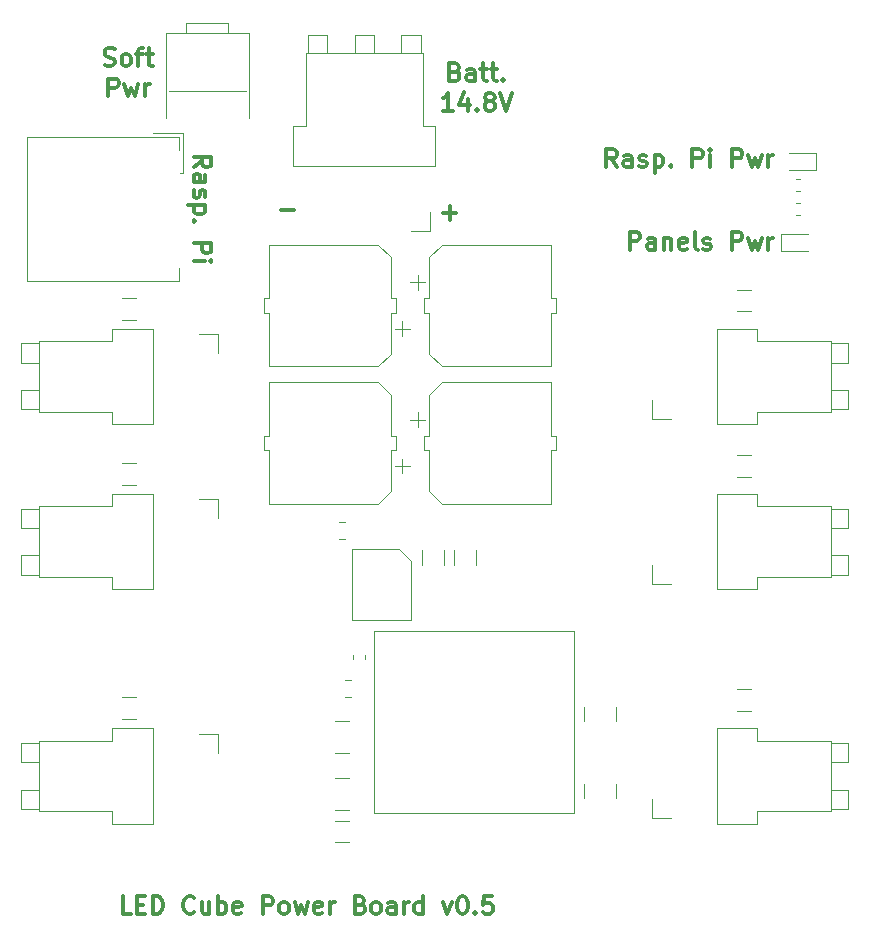
<source format=gbr>
G04 #@! TF.GenerationSoftware,KiCad,Pcbnew,(5.1.0-0)*
G04 #@! TF.CreationDate,2019-06-11T08:39:26-04:00*
G04 #@! TF.ProjectId,Power Board,506f7765-7220-4426-9f61-72642e6b6963,rev?*
G04 #@! TF.SameCoordinates,Original*
G04 #@! TF.FileFunction,Legend,Top*
G04 #@! TF.FilePolarity,Positive*
%FSLAX46Y46*%
G04 Gerber Fmt 4.6, Leading zero omitted, Abs format (unit mm)*
G04 Created by KiCad (PCBNEW (5.1.0-0)) date 2019-06-11 08:39:26*
%MOMM*%
%LPD*%
G04 APERTURE LIST*
%ADD10C,0.300000*%
%ADD11C,0.120000*%
G04 APERTURE END LIST*
D10*
X86266428Y-109428571D02*
X85552142Y-109428571D01*
X85552142Y-107928571D01*
X86766428Y-108642857D02*
X87266428Y-108642857D01*
X87480714Y-109428571D02*
X86766428Y-109428571D01*
X86766428Y-107928571D01*
X87480714Y-107928571D01*
X88123571Y-109428571D02*
X88123571Y-107928571D01*
X88480714Y-107928571D01*
X88695000Y-108000000D01*
X88837857Y-108142857D01*
X88909285Y-108285714D01*
X88980714Y-108571428D01*
X88980714Y-108785714D01*
X88909285Y-109071428D01*
X88837857Y-109214285D01*
X88695000Y-109357142D01*
X88480714Y-109428571D01*
X88123571Y-109428571D01*
X91623571Y-109285714D02*
X91552142Y-109357142D01*
X91337857Y-109428571D01*
X91195000Y-109428571D01*
X90980714Y-109357142D01*
X90837857Y-109214285D01*
X90766428Y-109071428D01*
X90695000Y-108785714D01*
X90695000Y-108571428D01*
X90766428Y-108285714D01*
X90837857Y-108142857D01*
X90980714Y-108000000D01*
X91195000Y-107928571D01*
X91337857Y-107928571D01*
X91552142Y-108000000D01*
X91623571Y-108071428D01*
X92909285Y-108428571D02*
X92909285Y-109428571D01*
X92266428Y-108428571D02*
X92266428Y-109214285D01*
X92337857Y-109357142D01*
X92480714Y-109428571D01*
X92695000Y-109428571D01*
X92837857Y-109357142D01*
X92909285Y-109285714D01*
X93623571Y-109428571D02*
X93623571Y-107928571D01*
X93623571Y-108500000D02*
X93766428Y-108428571D01*
X94052142Y-108428571D01*
X94195000Y-108500000D01*
X94266428Y-108571428D01*
X94337857Y-108714285D01*
X94337857Y-109142857D01*
X94266428Y-109285714D01*
X94195000Y-109357142D01*
X94052142Y-109428571D01*
X93766428Y-109428571D01*
X93623571Y-109357142D01*
X95552142Y-109357142D02*
X95409285Y-109428571D01*
X95123571Y-109428571D01*
X94980714Y-109357142D01*
X94909285Y-109214285D01*
X94909285Y-108642857D01*
X94980714Y-108500000D01*
X95123571Y-108428571D01*
X95409285Y-108428571D01*
X95552142Y-108500000D01*
X95623571Y-108642857D01*
X95623571Y-108785714D01*
X94909285Y-108928571D01*
X97409285Y-109428571D02*
X97409285Y-107928571D01*
X97980714Y-107928571D01*
X98123571Y-108000000D01*
X98195000Y-108071428D01*
X98266428Y-108214285D01*
X98266428Y-108428571D01*
X98195000Y-108571428D01*
X98123571Y-108642857D01*
X97980714Y-108714285D01*
X97409285Y-108714285D01*
X99123571Y-109428571D02*
X98980714Y-109357142D01*
X98909285Y-109285714D01*
X98837857Y-109142857D01*
X98837857Y-108714285D01*
X98909285Y-108571428D01*
X98980714Y-108500000D01*
X99123571Y-108428571D01*
X99337857Y-108428571D01*
X99480714Y-108500000D01*
X99552142Y-108571428D01*
X99623571Y-108714285D01*
X99623571Y-109142857D01*
X99552142Y-109285714D01*
X99480714Y-109357142D01*
X99337857Y-109428571D01*
X99123571Y-109428571D01*
X100123571Y-108428571D02*
X100409285Y-109428571D01*
X100695000Y-108714285D01*
X100980714Y-109428571D01*
X101266428Y-108428571D01*
X102409285Y-109357142D02*
X102266428Y-109428571D01*
X101980714Y-109428571D01*
X101837857Y-109357142D01*
X101766428Y-109214285D01*
X101766428Y-108642857D01*
X101837857Y-108500000D01*
X101980714Y-108428571D01*
X102266428Y-108428571D01*
X102409285Y-108500000D01*
X102480714Y-108642857D01*
X102480714Y-108785714D01*
X101766428Y-108928571D01*
X103123571Y-109428571D02*
X103123571Y-108428571D01*
X103123571Y-108714285D02*
X103195000Y-108571428D01*
X103266428Y-108500000D01*
X103409285Y-108428571D01*
X103552142Y-108428571D01*
X105695000Y-108642857D02*
X105909285Y-108714285D01*
X105980714Y-108785714D01*
X106052142Y-108928571D01*
X106052142Y-109142857D01*
X105980714Y-109285714D01*
X105909285Y-109357142D01*
X105766428Y-109428571D01*
X105195000Y-109428571D01*
X105195000Y-107928571D01*
X105695000Y-107928571D01*
X105837857Y-108000000D01*
X105909285Y-108071428D01*
X105980714Y-108214285D01*
X105980714Y-108357142D01*
X105909285Y-108500000D01*
X105837857Y-108571428D01*
X105695000Y-108642857D01*
X105195000Y-108642857D01*
X106909285Y-109428571D02*
X106766428Y-109357142D01*
X106695000Y-109285714D01*
X106623571Y-109142857D01*
X106623571Y-108714285D01*
X106695000Y-108571428D01*
X106766428Y-108500000D01*
X106909285Y-108428571D01*
X107123571Y-108428571D01*
X107266428Y-108500000D01*
X107337857Y-108571428D01*
X107409285Y-108714285D01*
X107409285Y-109142857D01*
X107337857Y-109285714D01*
X107266428Y-109357142D01*
X107123571Y-109428571D01*
X106909285Y-109428571D01*
X108695000Y-109428571D02*
X108695000Y-108642857D01*
X108623571Y-108500000D01*
X108480714Y-108428571D01*
X108195000Y-108428571D01*
X108052142Y-108500000D01*
X108695000Y-109357142D02*
X108552142Y-109428571D01*
X108195000Y-109428571D01*
X108052142Y-109357142D01*
X107980714Y-109214285D01*
X107980714Y-109071428D01*
X108052142Y-108928571D01*
X108195000Y-108857142D01*
X108552142Y-108857142D01*
X108695000Y-108785714D01*
X109409285Y-109428571D02*
X109409285Y-108428571D01*
X109409285Y-108714285D02*
X109480714Y-108571428D01*
X109552142Y-108500000D01*
X109695000Y-108428571D01*
X109837857Y-108428571D01*
X110980714Y-109428571D02*
X110980714Y-107928571D01*
X110980714Y-109357142D02*
X110837857Y-109428571D01*
X110552142Y-109428571D01*
X110409285Y-109357142D01*
X110337857Y-109285714D01*
X110266428Y-109142857D01*
X110266428Y-108714285D01*
X110337857Y-108571428D01*
X110409285Y-108500000D01*
X110552142Y-108428571D01*
X110837857Y-108428571D01*
X110980714Y-108500000D01*
X112695000Y-108428571D02*
X113052142Y-109428571D01*
X113409285Y-108428571D01*
X114266428Y-107928571D02*
X114409285Y-107928571D01*
X114552142Y-108000000D01*
X114623571Y-108071428D01*
X114695000Y-108214285D01*
X114766428Y-108500000D01*
X114766428Y-108857142D01*
X114695000Y-109142857D01*
X114623571Y-109285714D01*
X114552142Y-109357142D01*
X114409285Y-109428571D01*
X114266428Y-109428571D01*
X114123571Y-109357142D01*
X114052142Y-109285714D01*
X113980714Y-109142857D01*
X113909285Y-108857142D01*
X113909285Y-108500000D01*
X113980714Y-108214285D01*
X114052142Y-108071428D01*
X114123571Y-108000000D01*
X114266428Y-107928571D01*
X115409285Y-109285714D02*
X115480714Y-109357142D01*
X115409285Y-109428571D01*
X115337857Y-109357142D01*
X115409285Y-109285714D01*
X115409285Y-109428571D01*
X116837857Y-107928571D02*
X116123571Y-107928571D01*
X116052142Y-108642857D01*
X116123571Y-108571428D01*
X116266428Y-108500000D01*
X116623571Y-108500000D01*
X116766428Y-108571428D01*
X116837857Y-108642857D01*
X116909285Y-108785714D01*
X116909285Y-109142857D01*
X116837857Y-109285714D01*
X116766428Y-109357142D01*
X116623571Y-109428571D01*
X116266428Y-109428571D01*
X116123571Y-109357142D01*
X116052142Y-109285714D01*
X128519285Y-53178571D02*
X128519285Y-51678571D01*
X129090714Y-51678571D01*
X129233571Y-51750000D01*
X129305000Y-51821428D01*
X129376428Y-51964285D01*
X129376428Y-52178571D01*
X129305000Y-52321428D01*
X129233571Y-52392857D01*
X129090714Y-52464285D01*
X128519285Y-52464285D01*
X130662142Y-53178571D02*
X130662142Y-52392857D01*
X130590714Y-52250000D01*
X130447857Y-52178571D01*
X130162142Y-52178571D01*
X130019285Y-52250000D01*
X130662142Y-53107142D02*
X130519285Y-53178571D01*
X130162142Y-53178571D01*
X130019285Y-53107142D01*
X129947857Y-52964285D01*
X129947857Y-52821428D01*
X130019285Y-52678571D01*
X130162142Y-52607142D01*
X130519285Y-52607142D01*
X130662142Y-52535714D01*
X131376428Y-52178571D02*
X131376428Y-53178571D01*
X131376428Y-52321428D02*
X131447857Y-52250000D01*
X131590714Y-52178571D01*
X131805000Y-52178571D01*
X131947857Y-52250000D01*
X132019285Y-52392857D01*
X132019285Y-53178571D01*
X133305000Y-53107142D02*
X133162142Y-53178571D01*
X132876428Y-53178571D01*
X132733571Y-53107142D01*
X132662142Y-52964285D01*
X132662142Y-52392857D01*
X132733571Y-52250000D01*
X132876428Y-52178571D01*
X133162142Y-52178571D01*
X133305000Y-52250000D01*
X133376428Y-52392857D01*
X133376428Y-52535714D01*
X132662142Y-52678571D01*
X134233571Y-53178571D02*
X134090714Y-53107142D01*
X134019285Y-52964285D01*
X134019285Y-51678571D01*
X134733571Y-53107142D02*
X134876428Y-53178571D01*
X135162142Y-53178571D01*
X135305000Y-53107142D01*
X135376428Y-52964285D01*
X135376428Y-52892857D01*
X135305000Y-52750000D01*
X135162142Y-52678571D01*
X134947857Y-52678571D01*
X134805000Y-52607142D01*
X134733571Y-52464285D01*
X134733571Y-52392857D01*
X134805000Y-52250000D01*
X134947857Y-52178571D01*
X135162142Y-52178571D01*
X135305000Y-52250000D01*
X137162142Y-53178571D02*
X137162142Y-51678571D01*
X137733571Y-51678571D01*
X137876428Y-51750000D01*
X137947857Y-51821428D01*
X138019285Y-51964285D01*
X138019285Y-52178571D01*
X137947857Y-52321428D01*
X137876428Y-52392857D01*
X137733571Y-52464285D01*
X137162142Y-52464285D01*
X138519285Y-52178571D02*
X138805000Y-53178571D01*
X139090714Y-52464285D01*
X139376428Y-53178571D01*
X139662142Y-52178571D01*
X140233571Y-53178571D02*
X140233571Y-52178571D01*
X140233571Y-52464285D02*
X140305000Y-52321428D01*
X140376428Y-52250000D01*
X140519285Y-52178571D01*
X140662142Y-52178571D01*
X127376428Y-46178571D02*
X126876428Y-45464285D01*
X126519285Y-46178571D02*
X126519285Y-44678571D01*
X127090714Y-44678571D01*
X127233571Y-44750000D01*
X127305000Y-44821428D01*
X127376428Y-44964285D01*
X127376428Y-45178571D01*
X127305000Y-45321428D01*
X127233571Y-45392857D01*
X127090714Y-45464285D01*
X126519285Y-45464285D01*
X128662142Y-46178571D02*
X128662142Y-45392857D01*
X128590714Y-45250000D01*
X128447857Y-45178571D01*
X128162142Y-45178571D01*
X128019285Y-45250000D01*
X128662142Y-46107142D02*
X128519285Y-46178571D01*
X128162142Y-46178571D01*
X128019285Y-46107142D01*
X127947857Y-45964285D01*
X127947857Y-45821428D01*
X128019285Y-45678571D01*
X128162142Y-45607142D01*
X128519285Y-45607142D01*
X128662142Y-45535714D01*
X129305000Y-46107142D02*
X129447857Y-46178571D01*
X129733571Y-46178571D01*
X129876428Y-46107142D01*
X129947857Y-45964285D01*
X129947857Y-45892857D01*
X129876428Y-45750000D01*
X129733571Y-45678571D01*
X129519285Y-45678571D01*
X129376428Y-45607142D01*
X129305000Y-45464285D01*
X129305000Y-45392857D01*
X129376428Y-45250000D01*
X129519285Y-45178571D01*
X129733571Y-45178571D01*
X129876428Y-45250000D01*
X130590714Y-45178571D02*
X130590714Y-46678571D01*
X130590714Y-45250000D02*
X130733571Y-45178571D01*
X131019285Y-45178571D01*
X131162142Y-45250000D01*
X131233571Y-45321428D01*
X131305000Y-45464285D01*
X131305000Y-45892857D01*
X131233571Y-46035714D01*
X131162142Y-46107142D01*
X131019285Y-46178571D01*
X130733571Y-46178571D01*
X130590714Y-46107142D01*
X131947857Y-46035714D02*
X132019285Y-46107142D01*
X131947857Y-46178571D01*
X131876428Y-46107142D01*
X131947857Y-46035714D01*
X131947857Y-46178571D01*
X133805000Y-46178571D02*
X133805000Y-44678571D01*
X134376428Y-44678571D01*
X134519285Y-44750000D01*
X134590714Y-44821428D01*
X134662142Y-44964285D01*
X134662142Y-45178571D01*
X134590714Y-45321428D01*
X134519285Y-45392857D01*
X134376428Y-45464285D01*
X133805000Y-45464285D01*
X135305000Y-46178571D02*
X135305000Y-45178571D01*
X135305000Y-44678571D02*
X135233571Y-44750000D01*
X135305000Y-44821428D01*
X135376428Y-44750000D01*
X135305000Y-44678571D01*
X135305000Y-44821428D01*
X137162142Y-46178571D02*
X137162142Y-44678571D01*
X137733571Y-44678571D01*
X137876428Y-44750000D01*
X137947857Y-44821428D01*
X138019285Y-44964285D01*
X138019285Y-45178571D01*
X137947857Y-45321428D01*
X137876428Y-45392857D01*
X137733571Y-45464285D01*
X137162142Y-45464285D01*
X138519285Y-45178571D02*
X138805000Y-46178571D01*
X139090714Y-45464285D01*
X139376428Y-46178571D01*
X139662142Y-45178571D01*
X140233571Y-46178571D02*
X140233571Y-45178571D01*
X140233571Y-45464285D02*
X140305000Y-45321428D01*
X140376428Y-45250000D01*
X140519285Y-45178571D01*
X140662142Y-45178571D01*
X91571428Y-46214285D02*
X92285714Y-45714285D01*
X91571428Y-45357142D02*
X93071428Y-45357142D01*
X93071428Y-45928571D01*
X93000000Y-46071428D01*
X92928571Y-46142857D01*
X92785714Y-46214285D01*
X92571428Y-46214285D01*
X92428571Y-46142857D01*
X92357142Y-46071428D01*
X92285714Y-45928571D01*
X92285714Y-45357142D01*
X91571428Y-47500000D02*
X92357142Y-47500000D01*
X92500000Y-47428571D01*
X92571428Y-47285714D01*
X92571428Y-47000000D01*
X92500000Y-46857142D01*
X91642857Y-47500000D02*
X91571428Y-47357142D01*
X91571428Y-47000000D01*
X91642857Y-46857142D01*
X91785714Y-46785714D01*
X91928571Y-46785714D01*
X92071428Y-46857142D01*
X92142857Y-47000000D01*
X92142857Y-47357142D01*
X92214285Y-47500000D01*
X91642857Y-48142857D02*
X91571428Y-48285714D01*
X91571428Y-48571428D01*
X91642857Y-48714285D01*
X91785714Y-48785714D01*
X91857142Y-48785714D01*
X92000000Y-48714285D01*
X92071428Y-48571428D01*
X92071428Y-48357142D01*
X92142857Y-48214285D01*
X92285714Y-48142857D01*
X92357142Y-48142857D01*
X92500000Y-48214285D01*
X92571428Y-48357142D01*
X92571428Y-48571428D01*
X92500000Y-48714285D01*
X92571428Y-49428571D02*
X91071428Y-49428571D01*
X92500000Y-49428571D02*
X92571428Y-49571428D01*
X92571428Y-49857142D01*
X92500000Y-50000000D01*
X92428571Y-50071428D01*
X92285714Y-50142857D01*
X91857142Y-50142857D01*
X91714285Y-50071428D01*
X91642857Y-50000000D01*
X91571428Y-49857142D01*
X91571428Y-49571428D01*
X91642857Y-49428571D01*
X91714285Y-50785714D02*
X91642857Y-50857142D01*
X91571428Y-50785714D01*
X91642857Y-50714285D01*
X91714285Y-50785714D01*
X91571428Y-50785714D01*
X91571428Y-52642857D02*
X93071428Y-52642857D01*
X93071428Y-53214285D01*
X93000000Y-53357142D01*
X92928571Y-53428571D01*
X92785714Y-53500000D01*
X92571428Y-53500000D01*
X92428571Y-53428571D01*
X92357142Y-53357142D01*
X92285714Y-53214285D01*
X92285714Y-52642857D01*
X91571428Y-54142857D02*
X92571428Y-54142857D01*
X93071428Y-54142857D02*
X93000000Y-54071428D01*
X92928571Y-54142857D01*
X93000000Y-54214285D01*
X93071428Y-54142857D01*
X92928571Y-54142857D01*
X84035714Y-37582142D02*
X84250000Y-37653571D01*
X84607142Y-37653571D01*
X84750000Y-37582142D01*
X84821428Y-37510714D01*
X84892857Y-37367857D01*
X84892857Y-37225000D01*
X84821428Y-37082142D01*
X84750000Y-37010714D01*
X84607142Y-36939285D01*
X84321428Y-36867857D01*
X84178571Y-36796428D01*
X84107142Y-36725000D01*
X84035714Y-36582142D01*
X84035714Y-36439285D01*
X84107142Y-36296428D01*
X84178571Y-36225000D01*
X84321428Y-36153571D01*
X84678571Y-36153571D01*
X84892857Y-36225000D01*
X85750000Y-37653571D02*
X85607142Y-37582142D01*
X85535714Y-37510714D01*
X85464285Y-37367857D01*
X85464285Y-36939285D01*
X85535714Y-36796428D01*
X85607142Y-36725000D01*
X85750000Y-36653571D01*
X85964285Y-36653571D01*
X86107142Y-36725000D01*
X86178571Y-36796428D01*
X86250000Y-36939285D01*
X86250000Y-37367857D01*
X86178571Y-37510714D01*
X86107142Y-37582142D01*
X85964285Y-37653571D01*
X85750000Y-37653571D01*
X86678571Y-36653571D02*
X87250000Y-36653571D01*
X86892857Y-37653571D02*
X86892857Y-36367857D01*
X86964285Y-36225000D01*
X87107142Y-36153571D01*
X87250000Y-36153571D01*
X87535714Y-36653571D02*
X88107142Y-36653571D01*
X87750000Y-36153571D02*
X87750000Y-37439285D01*
X87821428Y-37582142D01*
X87964285Y-37653571D01*
X88107142Y-37653571D01*
X84357142Y-40203571D02*
X84357142Y-38703571D01*
X84928571Y-38703571D01*
X85071428Y-38775000D01*
X85142857Y-38846428D01*
X85214285Y-38989285D01*
X85214285Y-39203571D01*
X85142857Y-39346428D01*
X85071428Y-39417857D01*
X84928571Y-39489285D01*
X84357142Y-39489285D01*
X85714285Y-39203571D02*
X86000000Y-40203571D01*
X86285714Y-39489285D01*
X86571428Y-40203571D01*
X86857142Y-39203571D01*
X87428571Y-40203571D02*
X87428571Y-39203571D01*
X87428571Y-39489285D02*
X87500000Y-39346428D01*
X87571428Y-39275000D01*
X87714285Y-39203571D01*
X87857142Y-39203571D01*
X98928571Y-49857142D02*
X100071428Y-49857142D01*
X112678571Y-50107142D02*
X113821428Y-50107142D01*
X113250000Y-50678571D02*
X113250000Y-49535714D01*
X113714285Y-38117857D02*
X113928571Y-38189285D01*
X114000000Y-38260714D01*
X114071428Y-38403571D01*
X114071428Y-38617857D01*
X114000000Y-38760714D01*
X113928571Y-38832142D01*
X113785714Y-38903571D01*
X113214285Y-38903571D01*
X113214285Y-37403571D01*
X113714285Y-37403571D01*
X113857142Y-37475000D01*
X113928571Y-37546428D01*
X114000000Y-37689285D01*
X114000000Y-37832142D01*
X113928571Y-37975000D01*
X113857142Y-38046428D01*
X113714285Y-38117857D01*
X113214285Y-38117857D01*
X115357142Y-38903571D02*
X115357142Y-38117857D01*
X115285714Y-37975000D01*
X115142857Y-37903571D01*
X114857142Y-37903571D01*
X114714285Y-37975000D01*
X115357142Y-38832142D02*
X115214285Y-38903571D01*
X114857142Y-38903571D01*
X114714285Y-38832142D01*
X114642857Y-38689285D01*
X114642857Y-38546428D01*
X114714285Y-38403571D01*
X114857142Y-38332142D01*
X115214285Y-38332142D01*
X115357142Y-38260714D01*
X115857142Y-37903571D02*
X116428571Y-37903571D01*
X116071428Y-37403571D02*
X116071428Y-38689285D01*
X116142857Y-38832142D01*
X116285714Y-38903571D01*
X116428571Y-38903571D01*
X116714285Y-37903571D02*
X117285714Y-37903571D01*
X116928571Y-37403571D02*
X116928571Y-38689285D01*
X117000000Y-38832142D01*
X117142857Y-38903571D01*
X117285714Y-38903571D01*
X117785714Y-38760714D02*
X117857142Y-38832142D01*
X117785714Y-38903571D01*
X117714285Y-38832142D01*
X117785714Y-38760714D01*
X117785714Y-38903571D01*
X113500000Y-41453571D02*
X112642857Y-41453571D01*
X113071428Y-41453571D02*
X113071428Y-39953571D01*
X112928571Y-40167857D01*
X112785714Y-40310714D01*
X112642857Y-40382142D01*
X114785714Y-40453571D02*
X114785714Y-41453571D01*
X114428571Y-39882142D02*
X114071428Y-40953571D01*
X115000000Y-40953571D01*
X115571428Y-41310714D02*
X115642857Y-41382142D01*
X115571428Y-41453571D01*
X115500000Y-41382142D01*
X115571428Y-41310714D01*
X115571428Y-41453571D01*
X116500000Y-40596428D02*
X116357142Y-40525000D01*
X116285714Y-40453571D01*
X116214285Y-40310714D01*
X116214285Y-40239285D01*
X116285714Y-40096428D01*
X116357142Y-40025000D01*
X116500000Y-39953571D01*
X116785714Y-39953571D01*
X116928571Y-40025000D01*
X117000000Y-40096428D01*
X117071428Y-40239285D01*
X117071428Y-40310714D01*
X117000000Y-40453571D01*
X116928571Y-40525000D01*
X116785714Y-40596428D01*
X116500000Y-40596428D01*
X116357142Y-40667857D01*
X116285714Y-40739285D01*
X116214285Y-40882142D01*
X116214285Y-41167857D01*
X116285714Y-41310714D01*
X116357142Y-41382142D01*
X116500000Y-41453571D01*
X116785714Y-41453571D01*
X116928571Y-41382142D01*
X117000000Y-41310714D01*
X117071428Y-41167857D01*
X117071428Y-40882142D01*
X117000000Y-40739285D01*
X116928571Y-40667857D01*
X116785714Y-40596428D01*
X117500000Y-39953571D02*
X118000000Y-41453571D01*
X118500000Y-39953571D01*
D11*
X123816000Y-85518000D02*
X106816000Y-85518000D01*
X123816000Y-100918000D02*
X123816000Y-85518000D01*
X106816000Y-100918000D02*
X123816000Y-100918000D01*
X106816000Y-85518000D02*
X106816000Y-100918000D01*
X137597936Y-92210000D02*
X138802064Y-92210000D01*
X137597936Y-90390000D02*
X138802064Y-90390000D01*
X137597936Y-72410000D02*
X138802064Y-72410000D01*
X137597936Y-70590000D02*
X138802064Y-70590000D01*
X137597936Y-58410000D02*
X138802064Y-58410000D01*
X137597936Y-56590000D02*
X138802064Y-56590000D01*
X86702064Y-91090000D02*
X85497936Y-91090000D01*
X86702064Y-92910000D02*
X85497936Y-92910000D01*
X86702064Y-71290000D02*
X85497936Y-71290000D01*
X86702064Y-73110000D02*
X85497936Y-73110000D01*
X86702064Y-57290000D02*
X85497936Y-57290000D01*
X86702064Y-59110000D02*
X85497936Y-59110000D01*
X109942000Y-79534000D02*
X108942000Y-78534000D01*
X104942000Y-84534000D02*
X109942000Y-84534000D01*
X104942000Y-78534000D02*
X104942000Y-84534000D01*
X108942000Y-78534000D02*
X104942000Y-78534000D01*
X109942000Y-84534000D02*
X109942000Y-79534000D01*
X90672000Y-43310000D02*
X88172000Y-43310000D01*
X90672000Y-46720000D02*
X90672000Y-43310000D01*
X90422000Y-46720000D02*
X90672000Y-46720000D01*
X77452000Y-55830000D02*
X77452000Y-49720000D01*
X90372000Y-55830000D02*
X77452000Y-55830000D01*
X90372000Y-54720000D02*
X90372000Y-55830000D01*
X77452000Y-43610000D02*
X77452000Y-49720000D01*
X90372000Y-43610000D02*
X77452000Y-43610000D01*
X90372000Y-44720000D02*
X90372000Y-43610000D01*
X94446000Y-33996000D02*
X94446000Y-34846000D01*
X92696000Y-33996000D02*
X94446000Y-33996000D01*
X90946000Y-33996000D02*
X90946000Y-34846000D01*
X92696000Y-33996000D02*
X90946000Y-33996000D01*
X89246000Y-34846000D02*
X96246000Y-34846000D01*
X89496000Y-39746000D02*
X95996000Y-39746000D01*
X96246000Y-42046000D02*
X96246000Y-34846000D01*
X89246000Y-42046000D02*
X89246000Y-34846000D01*
X122214000Y-70152000D02*
X121804000Y-70152000D01*
X122214000Y-68932000D02*
X122214000Y-70152000D01*
X121804000Y-68932000D02*
X122214000Y-68932000D01*
X111504000Y-68932000D02*
X111094000Y-68932000D01*
X111094000Y-70152000D02*
X111094000Y-68932000D01*
X111504000Y-70152000D02*
X111094000Y-70152000D01*
X111504000Y-73627563D02*
X112568437Y-74692000D01*
X112568437Y-64392000D02*
X121804000Y-64392000D01*
X110529000Y-66957000D02*
X110529000Y-68207000D01*
X112568437Y-74692000D02*
X121804000Y-74692000D01*
X109904000Y-67582000D02*
X111154000Y-67582000D01*
X111504000Y-65456437D02*
X112568437Y-64392000D01*
X111504000Y-65456437D02*
X111504000Y-68932000D01*
X111504000Y-73627563D02*
X111504000Y-70152000D01*
X121804000Y-74692000D02*
X121804000Y-70152000D01*
X121804000Y-64392000D02*
X121804000Y-68932000D01*
X122214000Y-58522000D02*
X121804000Y-58522000D01*
X122214000Y-57302000D02*
X122214000Y-58522000D01*
X121804000Y-57302000D02*
X122214000Y-57302000D01*
X111504000Y-57302000D02*
X111094000Y-57302000D01*
X111094000Y-58522000D02*
X111094000Y-57302000D01*
X111504000Y-58522000D02*
X111094000Y-58522000D01*
X111504000Y-61997563D02*
X112568437Y-63062000D01*
X112568437Y-52762000D02*
X121804000Y-52762000D01*
X110529000Y-55327000D02*
X110529000Y-56577000D01*
X112568437Y-63062000D02*
X121804000Y-63062000D01*
X109904000Y-55952000D02*
X111154000Y-55952000D01*
X111504000Y-53826437D02*
X112568437Y-52762000D01*
X111504000Y-53826437D02*
X111504000Y-57302000D01*
X111504000Y-61997563D02*
X111504000Y-58522000D01*
X121804000Y-63062000D02*
X121804000Y-58522000D01*
X121804000Y-52762000D02*
X121804000Y-57302000D01*
X97564000Y-68932000D02*
X97974000Y-68932000D01*
X97564000Y-70152000D02*
X97564000Y-68932000D01*
X97974000Y-70152000D02*
X97564000Y-70152000D01*
X108274000Y-70152000D02*
X108684000Y-70152000D01*
X108684000Y-68932000D02*
X108684000Y-70152000D01*
X108274000Y-68932000D02*
X108684000Y-68932000D01*
X108274000Y-65456437D02*
X107209563Y-64392000D01*
X107209563Y-74692000D02*
X97974000Y-74692000D01*
X109249000Y-72127000D02*
X109249000Y-70877000D01*
X107209563Y-64392000D02*
X97974000Y-64392000D01*
X109874000Y-71502000D02*
X108624000Y-71502000D01*
X108274000Y-73627563D02*
X107209563Y-74692000D01*
X108274000Y-73627563D02*
X108274000Y-70152000D01*
X108274000Y-65456437D02*
X108274000Y-68932000D01*
X97974000Y-64392000D02*
X97974000Y-68932000D01*
X97974000Y-74692000D02*
X97974000Y-70152000D01*
X97564000Y-57302000D02*
X97974000Y-57302000D01*
X97564000Y-58522000D02*
X97564000Y-57302000D01*
X97974000Y-58522000D02*
X97564000Y-58522000D01*
X108274000Y-58522000D02*
X108684000Y-58522000D01*
X108684000Y-57302000D02*
X108684000Y-58522000D01*
X108274000Y-57302000D02*
X108684000Y-57302000D01*
X108274000Y-53826437D02*
X107209563Y-52762000D01*
X107209563Y-63062000D02*
X97974000Y-63062000D01*
X109249000Y-60497000D02*
X109249000Y-59247000D01*
X107209563Y-52762000D02*
X97974000Y-52762000D01*
X109874000Y-59872000D02*
X108624000Y-59872000D01*
X108274000Y-61997563D02*
X107209563Y-63062000D01*
X108274000Y-61997563D02*
X108274000Y-58522000D01*
X108274000Y-53826437D02*
X108274000Y-57302000D01*
X97974000Y-52762000D02*
X97974000Y-57302000D01*
X97974000Y-63062000D02*
X97974000Y-58522000D01*
X130390000Y-101350000D02*
X132000000Y-101350000D01*
X130390000Y-99740000D02*
X130390000Y-101350000D01*
X147010000Y-94960000D02*
X145510000Y-94960000D01*
X147010000Y-96600000D02*
X147010000Y-94960000D01*
X145510000Y-96600000D02*
X147010000Y-96600000D01*
X147010000Y-98920000D02*
X145510000Y-98920000D01*
X147010000Y-100560000D02*
X147010000Y-98920000D01*
X145510000Y-100560000D02*
X147010000Y-100560000D01*
X139310000Y-101800000D02*
X135890000Y-101800000D01*
X139310000Y-100750000D02*
X139310000Y-101800000D01*
X145510000Y-100750000D02*
X139310000Y-100750000D01*
X145510000Y-94770000D02*
X145510000Y-100750000D01*
X139310000Y-94770000D02*
X145510000Y-94770000D01*
X139310000Y-93720000D02*
X139310000Y-94770000D01*
X135890000Y-93720000D02*
X139310000Y-93720000D01*
X135890000Y-101800000D02*
X135890000Y-93720000D01*
X130390000Y-81508000D02*
X132000000Y-81508000D01*
X130390000Y-79898000D02*
X130390000Y-81508000D01*
X147010000Y-75118000D02*
X145510000Y-75118000D01*
X147010000Y-76758000D02*
X147010000Y-75118000D01*
X145510000Y-76758000D02*
X147010000Y-76758000D01*
X147010000Y-79078000D02*
X145510000Y-79078000D01*
X147010000Y-80718000D02*
X147010000Y-79078000D01*
X145510000Y-80718000D02*
X147010000Y-80718000D01*
X139310000Y-81958000D02*
X135890000Y-81958000D01*
X139310000Y-80908000D02*
X139310000Y-81958000D01*
X145510000Y-80908000D02*
X139310000Y-80908000D01*
X145510000Y-74928000D02*
X145510000Y-80908000D01*
X139310000Y-74928000D02*
X145510000Y-74928000D01*
X139310000Y-73878000D02*
X139310000Y-74928000D01*
X135890000Y-73878000D02*
X139310000Y-73878000D01*
X135890000Y-81958000D02*
X135890000Y-73878000D01*
X130390000Y-67508000D02*
X132000000Y-67508000D01*
X130390000Y-65898000D02*
X130390000Y-67508000D01*
X147010000Y-61118000D02*
X145510000Y-61118000D01*
X147010000Y-62758000D02*
X147010000Y-61118000D01*
X145510000Y-62758000D02*
X147010000Y-62758000D01*
X147010000Y-65078000D02*
X145510000Y-65078000D01*
X147010000Y-66718000D02*
X147010000Y-65078000D01*
X145510000Y-66718000D02*
X147010000Y-66718000D01*
X139310000Y-67958000D02*
X135890000Y-67958000D01*
X139310000Y-66908000D02*
X139310000Y-67958000D01*
X145510000Y-66908000D02*
X139310000Y-66908000D01*
X145510000Y-60928000D02*
X145510000Y-66908000D01*
X139310000Y-60928000D02*
X145510000Y-60928000D01*
X139310000Y-59878000D02*
X139310000Y-60928000D01*
X135890000Y-59878000D02*
X139310000Y-59878000D01*
X135890000Y-67958000D02*
X135890000Y-59878000D01*
X93610000Y-94170000D02*
X92000000Y-94170000D01*
X93610000Y-95780000D02*
X93610000Y-94170000D01*
X76990000Y-100560000D02*
X78490000Y-100560000D01*
X76990000Y-98920000D02*
X76990000Y-100560000D01*
X78490000Y-98920000D02*
X76990000Y-98920000D01*
X76990000Y-96600000D02*
X78490000Y-96600000D01*
X76990000Y-94960000D02*
X76990000Y-96600000D01*
X78490000Y-94960000D02*
X76990000Y-94960000D01*
X84690000Y-93720000D02*
X88110000Y-93720000D01*
X84690000Y-94770000D02*
X84690000Y-93720000D01*
X78490000Y-94770000D02*
X84690000Y-94770000D01*
X78490000Y-100750000D02*
X78490000Y-94770000D01*
X84690000Y-100750000D02*
X78490000Y-100750000D01*
X84690000Y-101800000D02*
X84690000Y-100750000D01*
X88110000Y-101800000D02*
X84690000Y-101800000D01*
X88110000Y-93720000D02*
X88110000Y-101800000D01*
X93610000Y-74328000D02*
X92000000Y-74328000D01*
X93610000Y-75938000D02*
X93610000Y-74328000D01*
X76990000Y-80718000D02*
X78490000Y-80718000D01*
X76990000Y-79078000D02*
X76990000Y-80718000D01*
X78490000Y-79078000D02*
X76990000Y-79078000D01*
X76990000Y-76758000D02*
X78490000Y-76758000D01*
X76990000Y-75118000D02*
X76990000Y-76758000D01*
X78490000Y-75118000D02*
X76990000Y-75118000D01*
X84690000Y-73878000D02*
X88110000Y-73878000D01*
X84690000Y-74928000D02*
X84690000Y-73878000D01*
X78490000Y-74928000D02*
X84690000Y-74928000D01*
X78490000Y-80908000D02*
X78490000Y-74928000D01*
X84690000Y-80908000D02*
X78490000Y-80908000D01*
X84690000Y-81958000D02*
X84690000Y-80908000D01*
X88110000Y-81958000D02*
X84690000Y-81958000D01*
X88110000Y-73878000D02*
X88110000Y-81958000D01*
X93610000Y-60328000D02*
X92000000Y-60328000D01*
X93610000Y-61938000D02*
X93610000Y-60328000D01*
X76990000Y-66718000D02*
X78490000Y-66718000D01*
X76990000Y-65078000D02*
X76990000Y-66718000D01*
X78490000Y-65078000D02*
X76990000Y-65078000D01*
X76990000Y-62758000D02*
X78490000Y-62758000D01*
X76990000Y-61118000D02*
X76990000Y-62758000D01*
X78490000Y-61118000D02*
X76990000Y-61118000D01*
X84690000Y-59878000D02*
X88110000Y-59878000D01*
X84690000Y-60928000D02*
X84690000Y-59878000D01*
X78490000Y-60928000D02*
X84690000Y-60928000D01*
X78490000Y-66908000D02*
X78490000Y-60928000D01*
X84690000Y-66908000D02*
X78490000Y-66908000D01*
X84690000Y-67958000D02*
X84690000Y-66908000D01*
X88110000Y-67958000D02*
X84690000Y-67958000D01*
X88110000Y-59878000D02*
X88110000Y-67958000D01*
X111592000Y-51648000D02*
X111592000Y-50038000D01*
X109982000Y-51648000D02*
X111592000Y-51648000D01*
X101242000Y-35028000D02*
X101242000Y-36528000D01*
X102882000Y-35028000D02*
X101242000Y-35028000D01*
X102882000Y-36528000D02*
X102882000Y-35028000D01*
X105202000Y-35028000D02*
X105202000Y-36528000D01*
X106842000Y-35028000D02*
X105202000Y-35028000D01*
X106842000Y-36528000D02*
X106842000Y-35028000D01*
X109162000Y-35028000D02*
X109162000Y-36528000D01*
X110802000Y-35028000D02*
X109162000Y-35028000D01*
X110802000Y-36528000D02*
X110802000Y-35028000D01*
X112042000Y-42728000D02*
X112042000Y-46148000D01*
X110992000Y-42728000D02*
X112042000Y-42728000D01*
X110992000Y-36528000D02*
X110992000Y-42728000D01*
X101052000Y-36528000D02*
X110992000Y-36528000D01*
X101052000Y-42728000D02*
X101052000Y-36528000D01*
X100002000Y-42728000D02*
X101052000Y-42728000D01*
X100002000Y-46148000D02*
X100002000Y-42728000D01*
X112042000Y-46148000D02*
X100002000Y-46148000D01*
X113640000Y-78647936D02*
X113640000Y-79852064D01*
X115460000Y-78647936D02*
X115460000Y-79852064D01*
X127360000Y-93102064D02*
X127360000Y-91897936D01*
X124640000Y-93102064D02*
X124640000Y-91897936D01*
X124640000Y-98397936D02*
X124640000Y-99602064D01*
X127360000Y-98397936D02*
X127360000Y-99602064D01*
X104742064Y-93128000D02*
X103537936Y-93128000D01*
X104742064Y-95848000D02*
X103537936Y-95848000D01*
X104736064Y-97954000D02*
X103531936Y-97954000D01*
X104736064Y-100674000D02*
X103531936Y-100674000D01*
X104761064Y-101557000D02*
X103556936Y-101557000D01*
X104761064Y-103377000D02*
X103556936Y-103377000D01*
X110914000Y-78656936D02*
X110914000Y-79861064D01*
X112734000Y-78656936D02*
X112734000Y-79861064D01*
X104908578Y-89640000D02*
X104391422Y-89640000D01*
X104908578Y-91060000D02*
X104391422Y-91060000D01*
X104398578Y-76252000D02*
X103881422Y-76252000D01*
X104398578Y-77672000D02*
X103881422Y-77672000D01*
X142919267Y-49274000D02*
X142576733Y-49274000D01*
X142919267Y-50294000D02*
X142576733Y-50294000D01*
X142919267Y-47242000D02*
X142576733Y-47242000D01*
X142919267Y-48262000D02*
X142576733Y-48262000D01*
X141263000Y-53313000D02*
X143548000Y-53313000D01*
X141263000Y-51843000D02*
X141263000Y-53313000D01*
X143548000Y-51843000D02*
X141263000Y-51843000D01*
X144233000Y-44985000D02*
X141948000Y-44985000D01*
X144233000Y-46455000D02*
X144233000Y-44985000D01*
X141948000Y-46455000D02*
X144233000Y-46455000D01*
X105065000Y-87512221D02*
X105065000Y-87837779D01*
X106085000Y-87512221D02*
X106085000Y-87837779D01*
M02*

</source>
